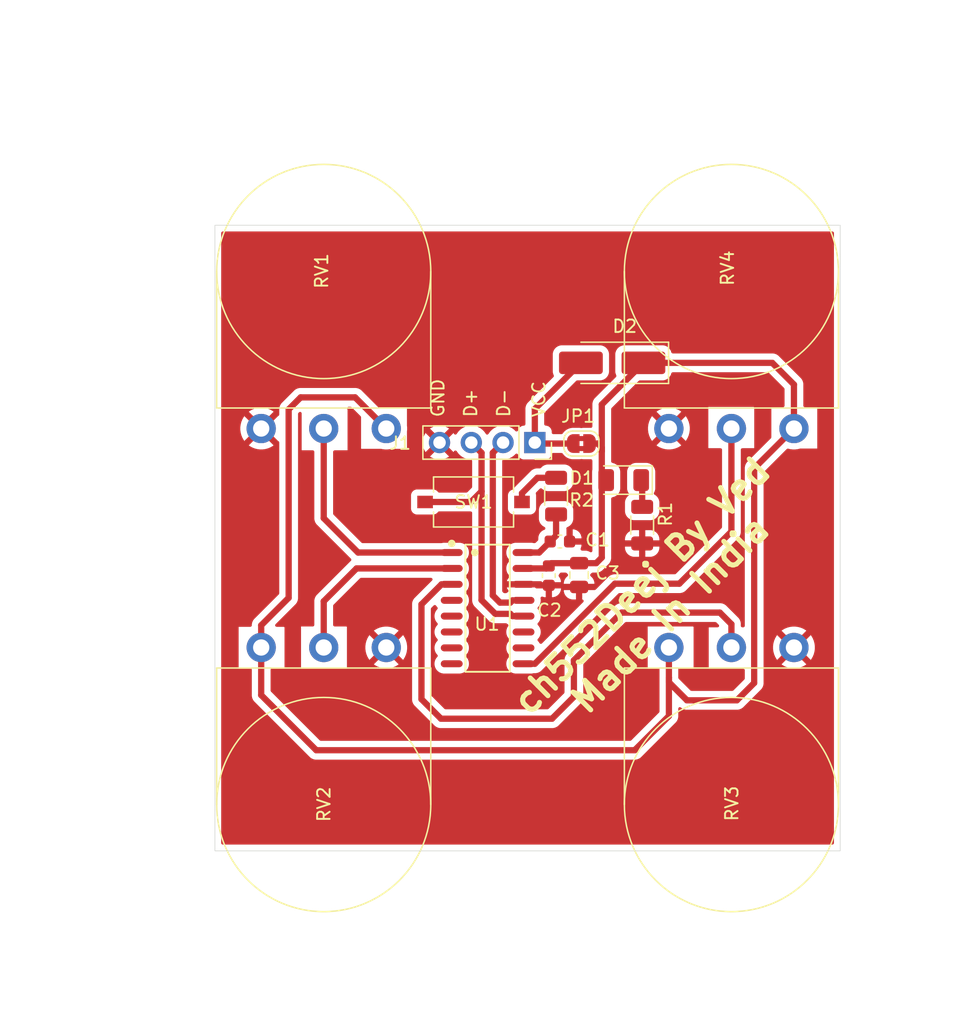
<source format=kicad_pcb>
(kicad_pcb (version 20241229) (generator "pcbnew") (generator_version "9.0")
  (layers (0 "F.Cu" signal) (2 "B.Cu" signal) (13 "F.Paste" user) (15 "B.Paste" user) (5 "F.SilkS" user "F.Silkscreen") (7 "B.SilkS" user "B.Silkscreen") (1 "F.Mask" user) (3 "B.Mask" user) (25 "Edge.Cuts" user))
  (net 0 "")
  (net 1 "GND")
  (net 2 "+3V3")
  (net 3 "VCC")
  (net 4 "Net-(SW1-B)")
  (net 5 "Net-(D1-K)")
  (net 6 "/D+")
  (net 7 "/D-")
  (net 15 "A0")
  (net 16 "A1")
  (net 17 "A2")
  (net 18 "A3")
  (net 19 "Net-(D2-A)")
  (footprint "mylib:SOP-16_L10.0-W3.9-P1.27-LS6.0-BL" (layer "F.Cu") (at 171.88 68.58 -90)
    (property "Reference" "U1" (at 1.27 0.045 180) (layer "F.SilkS"))
    (property "Value" "CH552G")
    (fp_line (start -5.08 1.77) (end -5.08 -1.77) (stroke (width 0.15)) (layer "F.SilkS"))
    (fp_line (start 5.08 1.77) (end -5.08 1.77) (stroke (width 0.15)) (layer "F.SilkS"))
    (fp_line (start -5.08 -1.77) (end 5.08 -1.77) (stroke (width 0.15)) (layer "F.SilkS"))
    (fp_line (start 5.08 -1.77) (end 5.08 1.77) (stroke (width 0.15)) (layer "F.SilkS"))
    (fp_circle (center -5.18 2.87) (end -5.03 2.87) (stroke (width 0.3)) (fill no) (layer "F.SilkS"))
    (fp_circle (center -4.45 1.02) (end -4.3 1.02) (stroke (width 0.3)) (fill no) (layer "F.SilkS"))
    (pad "1" smd oval (at -4.45 2.87 270) (size 0.56 1.75) (layers "F.Cu" "F.Mask" "F.Paste") (net 18 "A3"))
    (pad "2" smd oval (at -3.18 2.87 270) (size 0.56 1.75) (layers "F.Cu" "F.Mask" "F.Paste") (net 16 "A1"))
    (pad "3" smd oval (at -1.91 2.87 270) (size 0.56 1.75) (layers "F.Cu" "F.Mask" "F.Paste") (net 17 "A2"))
    (pad "4" smd oval (at -0.63 2.87 270) (size 0.56 1.75) (layers "F.Cu" "F.Mask" "F.Paste"))
    (pad "5" smd oval (at 0.63 2.87 270) (size 0.56 1.75) (layers "F.Cu" "F.Mask" "F.Paste"))
    (pad "6" smd oval (at 1.9 2.87 270) (size 0.56 1.75) (layers "F.Cu" "F.Mask" "F.Paste"))
    (pad "7" smd oval (at 3.17 2.87 270) (size 0.56 1.75) (layers "F.Cu" "F.Mask" "F.Paste"))
    (pad "8" smd oval (at 4.44 2.87 270) (size 0.56 1.75) (layers "F.Cu" "F.Mask" "F.Paste"))
    (pad "9" smd oval (at 4.44 -2.87 270) (size 0.56 1.75) (layers "F.Cu" "F.Mask" "F.Paste") (net 15 "A0"))
    (pad "10" smd oval (at 3.17 -2.87 270) (size 0.56 1.75) (layers "F.Cu" "F.Mask" "F.Paste"))
    (pad "11" smd oval (at 1.9 -2.87 270) (size 0.56 1.75) (layers "F.Cu" "F.Mask" "F.Paste"))
    (pad "12" smd oval (at 0.63 -2.87 270) (size 0.56 1.75) (layers "F.Cu" "F.Mask" "F.Paste") (net 6 "/D+"))
    (pad "13" smd oval (at -0.63 -2.87 270) (size 0.56 1.75) (layers "F.Cu" "F.Mask" "F.Paste") (net 7 "/D-"))
    (pad "14" smd oval (at -1.91 -2.87 270) (size 0.56 1.75) (layers "F.Cu" "F.Mask" "F.Paste") (net 1 "GND"))
    (pad "15" smd oval (at -3.18 -2.87 270) (size 0.56 1.75) (layers "F.Cu" "F.Mask" "F.Paste") (net 3 "VCC"))
    (pad "16" smd oval (at -4.45 -2.87 270) (size 0.56 1.75) (layers "F.Cu" "F.Mask" "F.Paste") (net 2 "+3V3"))
  )
  (footprint "Capacitor_SMD:C_0805_2012Metric" (layer "F.Cu") (at 179.195 65.93 -90)
    (property "Reference" "C3" (at -0.16 -2.285 180) (layer "F.SilkS"))
    (property "Value" "10uf")
    (fp_line (start -0.261252 0.735) (end 0.261252 0.735) (stroke (width 0.12)) (layer "F.SilkS"))
    (fp_line (start -0.261252 -0.735) (end 0.261252 -0.735) (stroke (width 0.12)) (layer "F.SilkS"))
    (pad "1" smd roundrect (at -0.95 0 270) (size 1 1.45) (layers "F.Cu" "F.Mask" "F.Paste") (net 3 "VCC"))
    (pad "2" smd roundrect (at 0.95 0 270) (size 1 1.45) (layers "F.Cu" "F.Mask" "F.Paste") (net 1 "GND"))
  )
  (footprint "LED_SMD:LED_1206_3216Metric" (layer "F.Cu") (at 182.759999 58.34 180)
    (property "Reference" "D1" (at 3.339999 0.16 0) (layer "F.SilkS"))
    (property "Value" "LED")
    (fp_line (start 1.6 -1.135) (end -2.285 -1.135) (stroke (width 0.12)) (layer "F.SilkS"))
    (fp_line (start -2.285 1.135) (end 1.6 1.135) (stroke (width 0.12)) (layer "F.SilkS"))
    (fp_line (start -2.285 -1.135) (end -2.285 1.135) (stroke (width 0.12)) (layer "F.SilkS"))
    (pad "1" smd roundrect (at -1.399999 0 180) (size 1.25 1.75) (layers "F.Cu" "F.Mask" "F.Paste") (roundrect_rratio 0.2) (net 5 "Net-(D1-K)"))
    (pad "2" smd roundrect (at 1.399999 0 180) (size 1.25 1.75) (layers "F.Cu" "F.Mask" "F.Paste") (roundrect_rratio 0.2) (net 3 "VCC"))
  )
  (footprint "Button_Switch_SMD:SW_Tactile_SPST_NO_Straight_CK_PTS636Sx25SMTRLFS" (layer "F.Cu") (at 170.755 60.09)
    (property "Reference" "SW1" (at 0 0 0) (layer "F.SilkS"))
    (property "Value" "SW_SPST")
    (fp_line (start -3.2 -2) (end -3.2 -0.8) (stroke (width 0.12)) (layer "F.SilkS"))
    (fp_line (start -3.2 0.8) (end -3.2 2) (stroke (width 0.12)) (layer "F.SilkS"))
    (fp_line (start -3.2 2) (end 3.2 2) (stroke (width 0.12)) (layer "F.SilkS"))
    (fp_line (start 3.2 -2) (end -3.2 -2) (stroke (width 0.12)) (layer "F.SilkS"))
    (fp_line (start 3.2 -0.8) (end 3.2 -2) (stroke (width 0.12)) (layer "F.SilkS"))
    (fp_line (start 3.2 2) (end 3.2 0.8) (stroke (width 0.12)) (layer "F.SilkS"))
    (pad "1" smd rect (at -3.875 0) (size 1.25 1) (layers "F.Cu" "F.Mask" "F.Paste") (net 6 "/D+"))
    (pad "2" smd rect (at 3.875 0) (size 1.25 1) (layers "F.Cu" "F.Mask" "F.Paste") (net 4 "Net-(SW1-B)"))
  )
  (footprint "Capacitor_SMD:C_0603_1608Metric" (layer "F.Cu") (at 176.775 65.975 -90)
    (property "Reference" "C2" (at 2.765 -0.05 0) (layer "F.SilkS"))
    (property "Value" "100n")
    (fp_line (start -0.14058 0.51) (end 0.14058 0.51) (stroke (width 0.12)) (layer "F.SilkS"))
    (fp_line (start -0.14058 -0.51) (end 0.14058 -0.51) (stroke (width 0.12)) (layer "F.SilkS"))
    (pad "1" smd roundrect (at -0.775 0 270) (size 0.9 0.95) (layers "F.Cu" "F.Mask" "F.Paste") (net 3 "VCC"))
    (pad "2" smd roundrect (at 0.775 0 270) (size 0.9 0.95) (layers "F.Cu" "F.Mask" "F.Paste") (net 1 "GND"))
  )
  (footprint "Jumper:SolderJumper-2_P1.3mm_Bridged2Bar_RoundedPad1.0x1.5mm" (layer "F.Cu") (at 179.380001 55.42)
    (property "Reference" "JP1" (at -0.260001 -2.19 0) (layer "F.SilkS"))
    (property "Value" "SolderJumper_2_Bridged")
    (fp_poly (pts (xy -0.25 -0.6) (xy 0.25 -0.6) (xy 0.25 -0.2) (xy -0.25 -0.2)) (fill yes) (layer "F.Cu"))
    (fp_poly (pts (xy -0.25 0.2) (xy 0.25 0.2) (xy 0.25 0.6) (xy -0.25 0.6)) (fill yes) (layer "F.Cu"))
    (fp_line (start -1.4 0.300001) (end -1.4 -0.300001) (stroke (width 0.12)) (layer "F.SilkS"))
    (fp_line (start -0.7 -1) (end 0.7 -1) (stroke (width 0.12)) (layer "F.SilkS"))
    (fp_line (start 0.7 1) (end -0.7 1) (stroke (width 0.12)) (layer "F.SilkS"))
    (fp_line (start 1.4 -0.300001) (end 1.4 0.300001) (stroke (width 0.12)) (layer "F.SilkS"))
    (fp_arc (start -1.4 -0.300001) (mid -1.194975 -0.794975) (end -0.7 -1) (stroke (width 0.12)) (layer "F.SilkS"))
    (fp_arc (start -0.7 1) (mid -1.194975 0.794975) (end -1.4 0.300001) (stroke (width 0.12)) (layer "F.SilkS"))
    (fp_arc (start 0.7 -1) (mid 1.194975 -0.794975) (end 1.4 -0.300001) (stroke (width 0.12)) (layer "F.SilkS"))
    (fp_arc (start 1.4 0.300001) (mid 1.194975 0.794975) (end 0.7 1) (stroke (width 0.12)) (layer "F.SilkS"))
    (pad "1" smd custom (at -0.649999 0) (size 1 0.5) (layers "F.Cu" "F.Mask") (net 19 "Net-(D2-A)") (options (clearance outline) (anchor rect)) (primitives (gr_circle (center 0 0.25) (end 0.5 0.25) (width 0) (fill yes)) (gr_circle (center 0 -0.25) (end 0.5 -0.25) (width 0) (fill yes)) (gr_poly (pts (xy 0.5 0.75) (xy 0 0.75) (xy 0 -0.75) (xy 0.5 -0.75)) (width 0) (fill yes))))
    (pad "2" smd custom (at 0.649999 0) (size 1 0.5) (layers "F.Cu" "F.Mask") (net 3 "VCC") (options (clearance outline) (anchor rect)) (primitives (gr_circle (center 0 0.25) (end 0.5 0.25) (width 0) (fill yes)) (gr_circle (center 0 -0.25) (end 0.5 -0.25) (width 0) (fill yes)) (gr_poly (pts (xy 0 0.75) (xy -0.5 0.75) (xy -0.5 -0.75) (xy 0 -0.75)) (width 0) (fill yes))))
  )
  (footprint "Capacitor_SMD:C_0603_1608Metric" (layer "F.Cu") (at 177.66 63.25)
    (property "Reference" "C1" (at 3.01 -0.13 0) (layer "F.SilkS"))
    (property "Value" "100n")
    (fp_line (start -0.14058 -0.51) (end 0.14058 -0.51) (stroke (width 0.12)) (layer "F.SilkS"))
    (fp_line (start -0.14058 0.51) (end 0.14058 0.51) (stroke (width 0.12)) (layer "F.SilkS"))
    (pad "1" smd roundrect (at -0.775 0) (size 0.9 0.95) (layers "F.Cu" "F.Mask" "F.Paste") (net 2 "+3V3"))
    (pad "2" smd roundrect (at 0.775 0) (size 0.9 0.95) (layers "F.Cu" "F.Mask" "F.Paste") (net 1 "GND"))
  )
  (footprint "Potentiometer_THT:Potentiometer_Omeg_PC16BU_Vertical" (layer "F.Cu") (at 196.375 54.22 90)
    (property "Reference" "RV4" (at 12.82 -5.315 90) (layer "F.SilkS"))
    (property "Value" "pot1")
    (fp_line (start 12.55 -13.56) (end 1.64 -13.56) (stroke (width 0.12)) (layer "F.SilkS"))
    (fp_line (start 1.64 -13.56) (end 1.64 3.56) (stroke (width 0.12)) (layer "F.SilkS"))
    (fp_line (start 12.55 3.56) (end 1.64 3.56) (stroke (width 0.12)) (layer "F.SilkS"))
    (fp_circle (center 12.55 -5) (end 21.11 -5) (stroke (width 0.12)) (fill no) (layer "F.SilkS"))
    (pad "1" thru_hole circle (at 0 0 90) (size 2.34 2.34) (drill 1.3) (layers "*.Cu" "*.Mask") (net 3 "VCC"))
    (pad "2" thru_hole circle (at 0 -5 90) (size 2.34 2.34) (drill 1.3) (layers "*.Cu" "*.Mask") (net 15 "A0"))
    (pad "3" thru_hole circle (at 0 -10 90) (size 2.34 2.34) (drill 1.3) (layers "*.Cu" "*.Mask") (net 1 "GND"))
  )
  (footprint "Resistor_SMD:R_1206_3216Metric" (layer "F.Cu") (at 177.355 59.62 90)
    (property "Reference" "R2" (at -0.32 2.035 180) (layer "F.SilkS"))
    (property "Value" "10k")
    (fp_line (start -0.727064 -0.91) (end 0.727064 -0.91) (stroke (width 0.12)) (layer "F.SilkS"))
    (fp_line (start -0.727064 0.91) (end 0.727064 0.91) (stroke (width 0.12)) (layer "F.SilkS"))
    (pad "1" smd roundrect (at -1.4625 0 90) (size 1.125 1.75) (layers "F.Cu" "F.Mask" "F.Paste") (roundrect_rratio 0.222222) (net 2 "+3V3"))
    (pad "2" smd roundrect (at 1.4625 0 90) (size 1.125 1.75) (layers "F.Cu" "F.Mask" "F.Paste") (roundrect_rratio 0.222222) (net 4 "Net-(SW1-B)"))
  )
  (footprint "Potentiometer_THT:Potentiometer_Omeg_PC16BU_Vertical" (layer "F.Cu") (at 153.775 71.72 -90)
    (property "Reference" "RV2" (at 12.53 -5.015 90) (layer "F.SilkS"))
    (property "Value" "pot1")
    (fp_line (start 12.55 3.56) (end 1.64 3.56) (stroke (width 0.12)) (layer "F.SilkS"))
    (fp_line (start 1.64 -13.56) (end 1.64 3.56) (stroke (width 0.12)) (layer "F.SilkS"))
    (fp_line (start 12.55 -13.56) (end 1.64 -13.56) (stroke (width 0.12)) (layer "F.SilkS"))
    (fp_circle (center 12.55 -5) (end 21.11 -5) (stroke (width 0.12)) (fill no) (layer "F.SilkS"))
    (pad "1" thru_hole circle (at 0 0 270) (size 2.34 2.34) (drill 1.3) (layers "*.Cu" "*.Mask") (net 3 "VCC"))
    (pad "2" thru_hole circle (at 0 -5 270) (size 2.34 2.34) (drill 1.3) (layers "*.Cu" "*.Mask") (net 16 "A1"))
    (pad "3" thru_hole circle (at 0 -10 270) (size 2.34 2.34) (drill 1.3) (layers "*.Cu" "*.Mask") (net 1 "GND"))
  )
  (footprint "Connector_PinSocket_2.54mm:PinSocket_1x04_P2.54mm_Vertical" (layer "F.Cu") (at 175.655 55.34 -90)
    (property "Reference" "J1" (at 0.05 10.775 180) (layer "F.SilkS"))
    (property "Value" "Conn_01x04")
    (fp_line (start -1.33 8.95) (end 1.33 8.95) (stroke (width 0.12)) (layer "F.SilkS"))
    (fp_line (start -1.33 1.27) (end -1.33 8.95) (stroke (width 0.12)) (layer "F.SilkS"))
    (fp_line (start -1.33 1.27) (end 1.33 1.27) (stroke (width 0.12)) (layer "F.SilkS"))
    (fp_line (start 1.33 1.27) (end 1.33 8.95) (stroke (width 0.12)) (layer "F.SilkS"))
    (fp_line (start 0 -1.33) (end 1.33 -1.33) (stroke (width 0.12)) (layer "F.SilkS"))
    (fp_line (start 1.33 -1.33) (end 1.33 0) (stroke (width 0.12)) (layer "F.SilkS"))
    (pad "1" thru_hole rect (at 0 0 270) (size 1.7 1.7) (drill 1) (layers "*.Cu" "*.Mask") (net 19 "Net-(D2-A)"))
    (pad "2" thru_hole circle (at 0 2.54 270) (size 1.7 1.7) (drill 1) (layers "*.Cu" "*.Mask") (net 7 "/D-"))
    (pad "3" thru_hole circle (at 0 5.08 270) (size 1.7 1.7) (drill 1) (layers "*.Cu" "*.Mask") (net 6 "/D+"))
    (pad "4" thru_hole circle (at 0 7.62 270) (size 1.7 1.7) (drill 1) (layers "*.Cu" "*.Mask") (net 1 "GND"))
  )
  (footprint "Potentiometer_THT:Potentiometer_Omeg_PC16BU_Vertical" (layer "F.Cu") (at 163.775 54.22 90)
    (property "Reference" "RV1" (at 12.59 -5.165 90) (layer "F.SilkS"))
    (property "Value" "pot1")
    (fp_line (start 12.55 -13.56) (end 1.64 -13.56) (stroke (width 0.12)) (layer "F.SilkS"))
    (fp_line (start 1.64 -13.56) (end 1.64 3.56) (stroke (width 0.12)) (layer "F.SilkS"))
    (fp_line (start 12.55 3.56) (end 1.64 3.56) (stroke (width 0.12)) (layer "F.SilkS"))
    (fp_circle (center 12.55 -5) (end 21.11 -5) (stroke (width 0.12)) (fill no) (layer "F.SilkS"))
    (pad "1" thru_hole circle (at 0 0 90) (size 2.34 2.34) (drill 1.3) (layers "*.Cu" "*.Mask") (net 3 "VCC"))
    (pad "2" thru_hole circle (at 0 -5 90) (size 2.34 2.34) (drill 1.3) (layers "*.Cu" "*.Mask") (net 18 "A3"))
    (pad "3" thru_hole circle (at 0 -10 90) (size 2.34 2.34) (drill 1.3) (layers "*.Cu" "*.Mask") (net 1 "GND"))
  )
  (footprint "Resistor_SMD:R_1206_3216Metric" (layer "F.Cu") (at 184.24 61.9425 -90)
    (property "Reference" "R1" (at -0.8725 -1.86 90) (layer "F.SilkS"))
    (property "Value" "1k")
    (fp_line (start -0.727064 0.91) (end 0.727064 0.91) (stroke (width 0.12)) (layer "F.SilkS"))
    (fp_line (start -0.727064 -0.91) (end 0.727064 -0.91) (stroke (width 0.12)) (layer "F.SilkS"))
    (pad "1" smd roundrect (at -1.4625 0 270) (size 1.125 1.75) (layers "F.Cu" "F.Mask" "F.Paste") (roundrect_rratio 0.222222) (net 5 "Net-(D1-K)"))
    (pad "2" smd roundrect (at 1.4625 0 270) (size 1.125 1.75) (layers "F.Cu" "F.Mask" "F.Paste") (roundrect_rratio 0.222222) (net 1 "GND"))
  )
  (footprint "Diode_SMD:D_SMA_Handsoldering" (layer "F.Cu") (at 181.84 48.97 180)
    (property "Reference" "D2" (at -1.005 2.92 0) (layer "F.SilkS"))
    (property "Value" "D_Schottky")
    (fp_line (start -4.51 1.65) (end 2.5 1.65) (stroke (width 0.12)) (layer "F.SilkS"))
    (fp_line (start -4.51 -1.65) (end 2.5 -1.65) (stroke (width 0.12)) (layer "F.SilkS"))
    (fp_line (start -4.51 -1.65) (end -4.51 1.65) (stroke (width 0.12)) (layer "F.SilkS"))
    (pad "1" smd roundrect (at -2.5 0 180) (size 3.5 1.8) (layers "F.Cu" "F.Mask" "F.Paste") (roundrect_rratio 0.1388888889) (net 3 "VCC"))
    (pad "2" smd roundrect (at 2.5 0 180) (size 3.5 1.8) (layers "F.Cu" "F.Mask" "F.Paste") (roundrect_rratio 0.1388888889) (net 19 "Net-(D2-A)"))
  )
  (footprint "Potentiometer_THT:Potentiometer_Omeg_PC16BU_Vertical" (layer "F.Cu") (at 186.375 71.72 -90)
    (property "Reference" "RV3" (at 12.47 -5.035 90) (layer "F.SilkS"))
    (property "Value" "pot1")
    (fp_line (start 12.55 3.56) (end 1.64 3.56) (stroke (width 0.12)) (layer "F.SilkS"))
    (fp_line (start 1.64 -13.56) (end 1.64 3.56) (stroke (width 0.12)) (layer "F.SilkS"))
    (fp_line (start 12.55 -13.56) (end 1.64 -13.56) (stroke (width 0.12)) (layer "F.SilkS"))
    (fp_circle (center 12.55 -5) (end 21.11 -5) (stroke (width 0.12)) (fill no) (layer "F.SilkS"))
    (pad "1" thru_hole circle (at 0 0 270) (size 2.34 2.34) (drill 1.3) (layers "*.Cu" "*.Mask") (net 3 "VCC"))
    (pad "2" thru_hole circle (at 0 -5 270) (size 2.34 2.34) (drill 1.3) (layers "*.Cu" "*.Mask") (net 17 "A2"))
    (pad "3" thru_hole circle (at 0 -10 270) (size 2.34 2.34) (drill 1.3) (layers "*.Cu" "*.Mask") (net 1 "GND"))
  )
  (gr_rect (start 150.075 37.97) (end 200.075 87.97) (stroke (width 0.05)) (fill no) (layer "Edge.Cuts"))
  (gr_text "D+" (at 171.11 53.4 90) (layer "F.SilkS") (effects (font (size 1 1)) (justify left bottom)))
  (gr_text "GND" (at 168.49 53.4 90) (layer "F.SilkS") (effects (font (size 1 1)) (justify left bottom)))
  (gr_text "D-" (at 173.75 53.4 90) (layer "F.SilkS") (effects (font (size 1 1)) (justify left bottom)))
  (gr_text "ch552Deej By Ved\nMade In India" (at 185.35 67.92 45) (layer "F.SilkS") (effects (font (size 2 2) (thickness 0.4) (bold yes))))
  (gr_text "VCC" (at 176.56 53.4 90) (layer "F.SilkS") (effects (font (size 1 1)) (justify left bottom)))
  (segment (start 177.355 61.0825) (end 177.355 62.78) (width 0.5) (layer "F.Cu") (net 2))
  (segment (start 174.75 64.13) (end 176.005 64.13) (width 0.5) (layer "F.Cu") (net 2))
  (segment (start 177.355 62.78) (end 176.885 63.25) (width 0.5) (layer "F.Cu") (net 2))
  (segment (start 176.005 64.13) (end 176.885 63.25) (width 0.5) (layer "F.Cu") (net 2))
  (segment (start 161.285 51.73) (end 156.93 51.73) (width 0.5) (layer "F.Cu") (net 3))
  (segment (start 176.575 65.4) (end 176.775 65.2) (width 0.5) (layer "F.Cu") (net 3))
  (segment (start 158.18 79.93) (end 183.64 79.93) (width 0.5) (layer "F.Cu") (net 3))
  (segment (start 186.375 74.495) (end 186.375 74.11) (width 0.5) (layer "F.Cu") (net 3))
  (segment (start 155.97 52.69) (end 155.97 67.75) (width 0.5) (layer "F.Cu") (net 3))
  (segment (start 179.195 64.98) (end 176.995 64.98) (width 0.5) (layer "F.Cu") (net 3))
  (segment (start 180.03 55.42) (end 180.69 55.42) (width 0.5) (layer "F.Cu") (net 3))
  (segment (start 181.01 55.74) (end 181.01 56.02) (width 0.5) (layer "F.Cu") (net 3))
  (segment (start 155.97 67.75) (end 153.775 69.945) (width 0.5) (layer "F.Cu") (net 3))
  (segment (start 186.375 74.11) (end 186.375 71.72) (width 0.5) (layer "F.Cu") (net 3))
  (segment (start 181.01 56.02) (end 181.01 64.53) (width 0.5) (layer "F.Cu") (net 3))
  (segment (start 193.196 57.399) (end 193.196 74.554) (width 0.5) (layer "F.Cu") (net 3))
  (segment (start 187.82 75.94) (end 186.375 74.495) (width 0.5) (layer "F.Cu") (net 3))
  (segment (start 194.64 48.97) (end 196.375 50.705) (width 0.5) (layer "F.Cu") (net 3))
  (segment (start 193.196 74.554) (end 191.81 75.94) (width 0.5) (layer "F.Cu") (net 3))
  (segment (start 181.01 64.53) (end 180.56 64.98) (width 0.5) (layer "F.Cu") (net 3))
  (segment (start 153.775 71.72) (end 153.775 75.525) (width 0.5) (layer "F.Cu") (net 3))
  (segment (start 180.69 55.42) (end 181.01 55.74) (width 0.5) (layer "F.Cu") (net 3))
  (segment (start 156.93 51.73) (end 155.97 52.69) (width 0.5) (layer "F.Cu") (net 3))
  (segment (start 163.775 54.22) (end 161.285 51.73) (width 0.5) (layer "F.Cu") (net 3))
  (segment (start 183.64 79.93) (end 186.375 77.195) (width 0.5) (layer "F.Cu") (net 3))
  (segment (start 196.375 54.22) (end 193.196 57.399) (width 0.5) (layer "F.Cu") (net 3))
  (segment (start 196.375 50.705) (end 196.375 54.22) (width 0.5) (layer "F.Cu") (net 3))
  (segment (start 153.775 75.525) (end 158.18 79.93) (width 0.5) (layer "F.Cu") (net 3))
  (segment (start 191.81 75.94) (end 187.82 75.94) (width 0.5) (layer "F.Cu") (net 3))
  (segment (start 186.375 77.195) (end 186.375 74.11) (width 0.5) (layer "F.Cu") (net 3))
  (segment (start 180.56 64.98) (end 179.195 64.98) (width 0.5) (layer "F.Cu") (net 3))
  (segment (start 176.995 64.98) (end 176.775 65.2) (width 0.5) (layer "F.Cu") (net 3))
  (segment (start 181.01 52.3) (end 181.01 56.02) (width 0.5) (layer "F.Cu") (net 3))
  (segment (start 153.775 69.945) (end 153.775 71.72) (width 0.5) (layer "F.Cu") (net 3))
  (segment (start 184.34 48.97) (end 194.64 48.97) (width 0.5) (layer "F.Cu") (net 3))
  (segment (start 174.75 65.4) (end 176.575 65.4) (width 0.5) (layer "F.Cu") (net 3))
  (segment (start 184.34 48.97) (end 181.01 52.3) (width 0.5) (layer "F.Cu") (net 3))
  (segment (start 174.63 59.39) (end 175.8625 58.1575) (width 0.5) (layer "F.Cu") (net 4))
  (segment (start 175.8625 58.1575) (end 177.355 58.1575) (width 0.5) (layer "F.Cu") (net 4))
  (segment (start 174.63 60.09) (end 174.63 59.39) (width 0.5) (layer "F.Cu") (net 4))
  (segment (start 184.24 60.48) (end 184.24 58.420002) (width 0.5) (layer "F.Cu") (net 5))
  (segment (start 184.24 58.420002) (end 184.159998 58.34) (width 0.5) (layer "F.Cu") (net 5))
  (segment (start 166.88 60.09) (end 170.545 60.09) (width 0.5) (layer "F.Cu") (net 6))
  (segment (start 171.395 56.16) (end 171.395 59.24) (width 0.5) (layer "F.Cu") (net 6))
  (segment (start 173.695 69.03) (end 173.875 69.21) (width 0.5) (layer "F.Cu") (net 6))
  (segment (start 173.875 69.21) (end 174.75 69.21) (width 0.5) (layer "F.Cu") (net 6))
  (segment (start 171.395 67.931396) (end 172.493604 69.03) (width 0.5) (layer "F.Cu") (net 6))
  (segment (start 171.395 59.24) (end 171.395 67.931396) (width 0.5) (layer "F.Cu") (net 6))
  (segment (start 170.575 55.34) (end 171.395 56.16) (width 0.5) (layer "F.Cu") (net 6))
  (segment (start 172.493604 69.03) (end 173.695 69.03) (width 0.5) (layer "F.Cu") (net 6))
  (segment (start 170.545 60.09) (end 171.395 59.24) (width 0.5) (layer "F.Cu") (net 6))
  (segment (start 172.295 56.16) (end 172.295 67.558604) (width 0.5) (layer "F.Cu") (net 7))
  (segment (start 172.866396 68.13) (end 173.695 68.13) (width 0.5) (layer "F.Cu") (net 7))
  (segment (start 172.295 67.558604) (end 172.866396 68.13) (width 0.5) (layer "F.Cu") (net 7))
  (segment (start 173.875 67.95) (end 174.75 67.95) (width 0.5) (layer "F.Cu") (net 7))
  (segment (start 173.115 55.34) (end 172.295 56.16) (width 0.5) (layer "F.Cu") (net 7))
  (segment (start 173.695 68.13) (end 173.875 67.95) (width 0.5) (layer "F.Cu") (net 7))
  (segment (start 191.375 62.455) (end 191.375 54.22) (width 0.5) (layer "F.Cu") (net 15))
  (segment (start 187.21 66.62) (end 191.375 62.455) (width 0.5) (layer "F.Cu") (net 15))
  (segment (start 174.75 73.02) (end 175.66 73.02) (width 0.5) (layer "F.Cu") (net 15))
  (segment (start 182.06 66.62) (end 187.21 66.62) (width 0.5) (layer "F.Cu") (net 15))
  (segment (start 175.66 73.02) (end 182.06 66.62) (width 0.5) (layer "F.Cu") (net 15))
  (segment (start 161.4 65.4) (end 158.775 68.025) (width 0.5) (layer "F.Cu") (net 16))
  (segment (start 158.775 68.025) (end 158.775 71.72) (width 0.5) (layer "F.Cu") (net 16))
  (segment (start 169.01 65.4) (end 161.4 65.4) (width 0.5) (layer "F.Cu") (net 16))
  (segment (start 182.59 68.93) (end 190.45 68.93) (width 0.5) (layer "F.Cu") (net 17))
  (segment (start 168.15 77.41) (end 177.03 77.41) (width 0.5) (layer "F.Cu") (net 17))
  (segment (start 178.78 75.66) (end 178.78 72.74) (width 0.5) (layer "F.Cu") (net 17))
  (segment (start 177.03 77.41) (end 178.78 75.66) (width 0.5) (layer "F.Cu") (net 17))
  (segment (start 166.59 75.85) (end 168.15 77.41) (width 0.5) (layer "F.Cu") (net 17))
  (segment (start 166.59 68.275) (end 166.59 75.85) (width 0.5) (layer "F.Cu") (net 17))
  (segment (start 168.195 66.67) (end 166.59 68.275) (width 0.5) (layer "F.Cu") (net 17))
  (segment (start 191.375 69.855) (end 191.375 71.72) (width 0.5) (layer "F.Cu") (net 17))
  (segment (start 178.78 72.74) (end 182.59 68.93) (width 0.5) (layer "F.Cu") (net 17))
  (segment (start 190.45 68.93) (end 191.375 69.855) (width 0.5) (layer "F.Cu") (net 17))
  (segment (start 169.01 66.67) (end 168.195 66.67) (width 0.5) (layer "F.Cu") (net 17))
  (segment (start 169.01 64.13) (end 161.52 64.13) (width 0.5) (layer "F.Cu") (net 18))
  (segment (start 158.775 61.385) (end 158.775 54.22) (width 0.5) (layer "F.Cu") (net 18))
  (segment (start 161.52 64.13) (end 158.775 61.385) (width 0.5) (layer "F.Cu") (net 18))
  (segment (start 178.730002 55.42) (end 175.735 55.42) (width 0.5) (layer "F.Cu") (net 19))
  (segment (start 175.655 55.34) (end 175.655 52.655) (width 0.5) (layer "F.Cu") (net 19))
  (segment (start 175.735 55.42) (end 175.655 55.34) (width 0.5) (layer "F.Cu") (net 19))
  (segment (start 175.655 52.655) (end 179.34 48.97) (width 0.5) (layer "F.Cu") (net 19))
  (zone (net 1) (net_name "GND") (layer "F.Cu") (connect_pads (clearance 0.5)) (min_thickness 0.25) (fill yes (thermal_gap 0.5) (thermal_bridge_width 0.5))
    (polygon (pts (xy 140.08 27.97) (xy 210.07 27.98) (xy 210.07 97.96) (xy 140.08 97.97)))
  )
  (zone (net 0) (net_name "") (layer "F.Cu") (connect_pads (clearance 0)) (min_thickness 0.25)
    (keepout (tracks allowed) (vias allowed) (pads allowed) (copperpour not_allowed) (footprints allowed))
    (fill (thermal_gap 0.5) (thermal_bridge_width 0.5))
    (polygon (pts (xy 194.57 52.52) (xy 198.2 52.52) (xy 198.24 52.56) (xy 198.24 55.82) (xy 194.59 55.82) (xy 194.57 55.8)))
  )
  (zone (net 0) (net_name "") (layer "F.Cu") (connect_pads (clearance 0)) (min_thickness 0.25)
    (keepout (tracks allowed) (vias allowed) (pads allowed) (copperpour not_allowed) (footprints allowed))
    (fill (thermal_gap 0.5) (thermal_bridge_width 0.5))
    (polygon (pts (xy 189.53 52.49) (xy 193.16 52.49) (xy 193.2 52.53) (xy 193.2 55.79) (xy 189.55 55.79) (xy 189.53 55.77)))
  )
  (zone (net 0) (net_name "") (layer "F.Cu") (connect_pads (clearance 0)) (min_thickness 0.25)
    (keepout (tracks allowed) (vias allowed) (pads allowed) (copperpour not_allowed) (footprints allowed))
    (fill (thermal_gap 0.5) (thermal_bridge_width 0.5))
    (polygon (pts (xy 161.76 52.54) (xy 165.39 52.54) (xy 165.43 52.58) (xy 165.43 55.84) (xy 161.78 55.84) (xy 161.76 55.82)))
  )
  (zone (net 0) (net_name "") (layer "F.Cu") (connect_pads (clearance 0)) (min_thickness 0.25)
    (keepout (tracks allowed) (vias allowed) (pads allowed) (copperpour not_allowed) (footprints allowed))
    (fill (thermal_gap 0.5) (thermal_bridge_width 0.5))
    (polygon (pts (xy 156.96 70.04) (xy 160.59 70.04) (xy 160.63 70.08) (xy 160.63 73.34) (xy 156.98 73.34) (xy 156.96 73.32)))
  )
  (zone (net 0) (net_name "") (layer "F.Cu") (connect_pads (clearance 0)) (min_thickness 0.25)
    (keepout (tracks allowed) (vias allowed) (pads allowed) (copperpour not_allowed) (footprints allowed))
    (fill (thermal_gap 0.5) (thermal_bridge_width 0.5))
    (polygon (pts (xy 151.97 70.07) (xy 155.6 70.07) (xy 155.64 70.11) (xy 155.64 73.37) (xy 151.99 73.37) (xy 151.97 73.35)))
  )
  (zone (net 0) (net_name "") (layer "F.Cu") (connect_pads (clearance 0)) (min_thickness 0.25)
    (keepout (tracks allowed) (vias allowed) (pads allowed) (copperpour not_allowed) (footprints allowed))
    (fill (thermal_gap 0.5) (thermal_bridge_width 0.5))
    (polygon (pts (xy 184.68 70.04) (xy 188.31 70.04) (xy 188.35 70.08) (xy 188.35 73.34) (xy 184.7 73.34) (xy 184.68 73.32)))
  )
  (zone (net 0) (net_name "") (layer "F.Cu") (connect_pads (clearance 0)) (min_thickness 0.25)
    (keepout (tracks allowed) (vias allowed) (pads allowed) (copperpour not_allowed) (footprints allowed))
    (fill (thermal_gap 0.5) (thermal_bridge_width 0.5))
    (polygon (pts (xy 157.01 52.66) (xy 160.64 52.66) (xy 160.68 52.7) (xy 160.68 55.96) (xy 157.03 55.96) (xy 157.01 55.94)))
  )
  (zone (net 0) (net_name "") (layer "F.Cu") (connect_pads (clearance 0)) (min_thickness 0.25)
    (keepout (tracks allowed) (vias allowed) (pads allowed) (copperpour not_allowed) (footprints allowed))
    (fill (thermal_gap 0.5) (thermal_bridge_width 0.5))
    (polygon (pts (xy 189.56 70.11) (xy 193.19 70.11) (xy 193.23 70.15) (xy 193.23 73.41) (xy 189.58 73.41) (xy 189.56 73.39)))
  )
)
</source>
